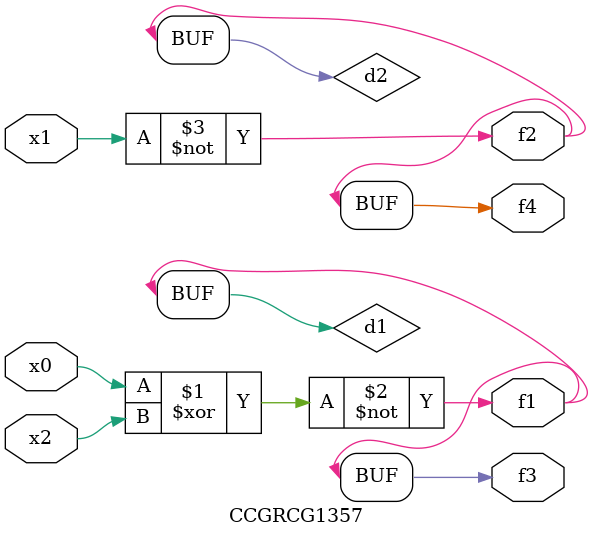
<source format=v>
module CCGRCG1357(
	input x0, x1, x2,
	output f1, f2, f3, f4
);

	wire d1, d2, d3;

	xnor (d1, x0, x2);
	nand (d2, x1);
	nor (d3, x1, x2);
	assign f1 = d1;
	assign f2 = d2;
	assign f3 = d1;
	assign f4 = d2;
endmodule

</source>
